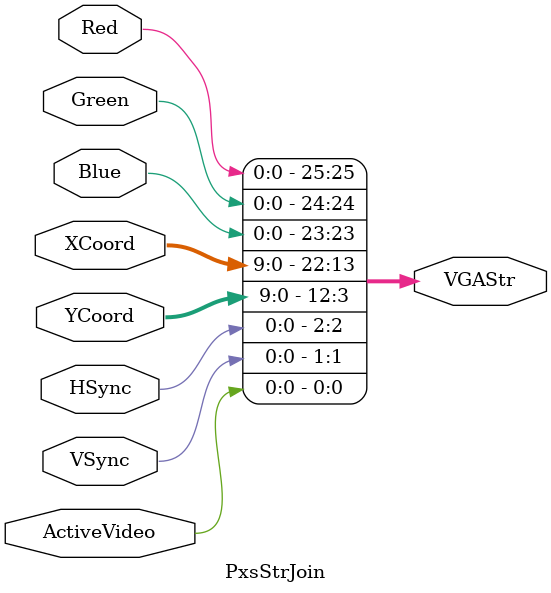
<source format=v>
module PxsStrJoin (	
            input wire      HSync,         	// Horizontal sync out
            input wire      VSync,         	// Vertical sync out
            input wire      Red,   			// RED vga 
            input wire     	Green, 			// GREEN vga output
            input wire      Blue,  			// BLUE vga output
            input wire [9:0] XCoord,        // ScanX postion
            input wire [9:0] YCoord,        // ScanY position 
            input wire      ActiveVideo,
			output wire [25:0] VGAStr		// Output stream
         );
		 
// alias 
`define Active 0:0
`define VS 1:1
`define HS 2:2
`define YC 12:3
`define XC 22:13
`define B 23:23
`define G 24:24
`define R 25:25

    assign VGAStr[`HS]= HSync;
    assign VGAStr[`VS]= VSync;
    assign VGAStr[`Active] = ActiveVideo;
	assign VGAStr[`XC] = XCoord;
	assign VGAStr[`YC] = YCoord;
	assign VGAStr[`R] = Red;
	assign VGAStr[`G] = Green;
	assign VGAStr[`B] = Blue;

 endmodule

</source>
